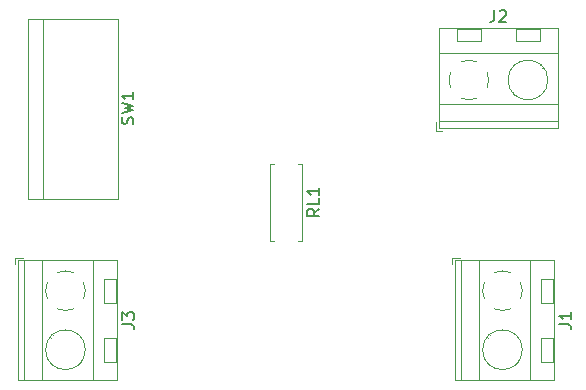
<source format=gbr>
%TF.GenerationSoftware,KiCad,Pcbnew,8.0.9*%
%TF.CreationDate,2025-05-15T21:30:13+02:00*%
%TF.ProjectId,timmer-555,74696d6d-6572-42d3-9535-352e6b696361,rev?*%
%TF.SameCoordinates,Original*%
%TF.FileFunction,Legend,Top*%
%TF.FilePolarity,Positive*%
%FSLAX46Y46*%
G04 Gerber Fmt 4.6, Leading zero omitted, Abs format (unit mm)*
G04 Created by KiCad (PCBNEW 8.0.9) date 2025-05-15 21:30:13*
%MOMM*%
%LPD*%
G01*
G04 APERTURE LIST*
%ADD10C,0.150000*%
%ADD11C,0.120000*%
G04 APERTURE END LIST*
D10*
X65557200Y-35383332D02*
X65604819Y-35240475D01*
X65604819Y-35240475D02*
X65604819Y-35002380D01*
X65604819Y-35002380D02*
X65557200Y-34907142D01*
X65557200Y-34907142D02*
X65509580Y-34859523D01*
X65509580Y-34859523D02*
X65414342Y-34811904D01*
X65414342Y-34811904D02*
X65319104Y-34811904D01*
X65319104Y-34811904D02*
X65223866Y-34859523D01*
X65223866Y-34859523D02*
X65176247Y-34907142D01*
X65176247Y-34907142D02*
X65128628Y-35002380D01*
X65128628Y-35002380D02*
X65081009Y-35192856D01*
X65081009Y-35192856D02*
X65033390Y-35288094D01*
X65033390Y-35288094D02*
X64985771Y-35335713D01*
X64985771Y-35335713D02*
X64890533Y-35383332D01*
X64890533Y-35383332D02*
X64795295Y-35383332D01*
X64795295Y-35383332D02*
X64700057Y-35335713D01*
X64700057Y-35335713D02*
X64652438Y-35288094D01*
X64652438Y-35288094D02*
X64604819Y-35192856D01*
X64604819Y-35192856D02*
X64604819Y-34954761D01*
X64604819Y-34954761D02*
X64652438Y-34811904D01*
X64604819Y-34478570D02*
X65604819Y-34240475D01*
X65604819Y-34240475D02*
X64890533Y-34049999D01*
X64890533Y-34049999D02*
X65604819Y-33859523D01*
X65604819Y-33859523D02*
X64604819Y-33621428D01*
X65604819Y-32716666D02*
X65604819Y-33288094D01*
X65604819Y-33002380D02*
X64604819Y-33002380D01*
X64604819Y-33002380D02*
X64747676Y-33097618D01*
X64747676Y-33097618D02*
X64842914Y-33192856D01*
X64842914Y-33192856D02*
X64890533Y-33288094D01*
X81324819Y-42571428D02*
X80848628Y-42904761D01*
X81324819Y-43142856D02*
X80324819Y-43142856D01*
X80324819Y-43142856D02*
X80324819Y-42761904D01*
X80324819Y-42761904D02*
X80372438Y-42666666D01*
X80372438Y-42666666D02*
X80420057Y-42619047D01*
X80420057Y-42619047D02*
X80515295Y-42571428D01*
X80515295Y-42571428D02*
X80658152Y-42571428D01*
X80658152Y-42571428D02*
X80753390Y-42619047D01*
X80753390Y-42619047D02*
X80801009Y-42666666D01*
X80801009Y-42666666D02*
X80848628Y-42761904D01*
X80848628Y-42761904D02*
X80848628Y-43142856D01*
X81324819Y-41666666D02*
X81324819Y-42142856D01*
X81324819Y-42142856D02*
X80324819Y-42142856D01*
X81324819Y-40809523D02*
X81324819Y-41380951D01*
X81324819Y-41095237D02*
X80324819Y-41095237D01*
X80324819Y-41095237D02*
X80467676Y-41190475D01*
X80467676Y-41190475D02*
X80562914Y-41285713D01*
X80562914Y-41285713D02*
X80610533Y-41380951D01*
X64659819Y-52333333D02*
X65374104Y-52333333D01*
X65374104Y-52333333D02*
X65516961Y-52380952D01*
X65516961Y-52380952D02*
X65612200Y-52476190D01*
X65612200Y-52476190D02*
X65659819Y-52619047D01*
X65659819Y-52619047D02*
X65659819Y-52714285D01*
X64659819Y-51952380D02*
X64659819Y-51333333D01*
X64659819Y-51333333D02*
X65040771Y-51666666D01*
X65040771Y-51666666D02*
X65040771Y-51523809D01*
X65040771Y-51523809D02*
X65088390Y-51428571D01*
X65088390Y-51428571D02*
X65136009Y-51380952D01*
X65136009Y-51380952D02*
X65231247Y-51333333D01*
X65231247Y-51333333D02*
X65469342Y-51333333D01*
X65469342Y-51333333D02*
X65564580Y-51380952D01*
X65564580Y-51380952D02*
X65612200Y-51428571D01*
X65612200Y-51428571D02*
X65659819Y-51523809D01*
X65659819Y-51523809D02*
X65659819Y-51809523D01*
X65659819Y-51809523D02*
X65612200Y-51904761D01*
X65612200Y-51904761D02*
X65564580Y-51952380D01*
X96166666Y-25749819D02*
X96166666Y-26464104D01*
X96166666Y-26464104D02*
X96119047Y-26606961D01*
X96119047Y-26606961D02*
X96023809Y-26702200D01*
X96023809Y-26702200D02*
X95880952Y-26749819D01*
X95880952Y-26749819D02*
X95785714Y-26749819D01*
X96595238Y-25845057D02*
X96642857Y-25797438D01*
X96642857Y-25797438D02*
X96738095Y-25749819D01*
X96738095Y-25749819D02*
X96976190Y-25749819D01*
X96976190Y-25749819D02*
X97071428Y-25797438D01*
X97071428Y-25797438D02*
X97119047Y-25845057D01*
X97119047Y-25845057D02*
X97166666Y-25940295D01*
X97166666Y-25940295D02*
X97166666Y-26035533D01*
X97166666Y-26035533D02*
X97119047Y-26178390D01*
X97119047Y-26178390D02*
X96547619Y-26749819D01*
X96547619Y-26749819D02*
X97166666Y-26749819D01*
X101659819Y-52333333D02*
X102374104Y-52333333D01*
X102374104Y-52333333D02*
X102516961Y-52380952D01*
X102516961Y-52380952D02*
X102612200Y-52476190D01*
X102612200Y-52476190D02*
X102659819Y-52619047D01*
X102659819Y-52619047D02*
X102659819Y-52714285D01*
X102659819Y-51333333D02*
X102659819Y-51904761D01*
X102659819Y-51619047D02*
X101659819Y-51619047D01*
X101659819Y-51619047D02*
X101802676Y-51714285D01*
X101802676Y-51714285D02*
X101897914Y-51809523D01*
X101897914Y-51809523D02*
X101945533Y-51904761D01*
D11*
%TO.C,SW1*%
X64310000Y-26460000D02*
X64310000Y-41700000D01*
X57960000Y-26460000D02*
X57960000Y-41700000D01*
X56690000Y-26460000D02*
X64310000Y-26460000D01*
X56690000Y-26460000D02*
X56690000Y-41700000D01*
X56690000Y-41700000D02*
X64310000Y-41700000D01*
%TO.C,RL1*%
X79870000Y-38730000D02*
X79870000Y-45270000D01*
X79540000Y-38730000D02*
X79870000Y-38730000D01*
X77460000Y-38730000D02*
X77130000Y-38730000D01*
X77130000Y-38730000D02*
X77130000Y-45270000D01*
X79870000Y-45270000D02*
X79540000Y-45270000D01*
X77130000Y-45270000D02*
X77460000Y-45270000D01*
%TO.C,J3*%
X56285000Y-46700000D02*
X55545000Y-46700000D01*
X55545000Y-46700000D02*
X55545000Y-47200000D01*
X64205000Y-46940000D02*
X55785000Y-46940000D01*
X64205000Y-46940000D02*
X64205000Y-57060000D01*
X62146000Y-46940000D02*
X62146000Y-57060000D01*
X57845000Y-46940000D02*
X57845000Y-57060000D01*
X56345000Y-46940000D02*
X56345000Y-57060000D01*
X55785000Y-46940000D02*
X55785000Y-57060000D01*
X64145000Y-48500000D02*
X63145000Y-48500000D01*
X64145000Y-48500000D02*
X64145000Y-50500000D01*
X63145000Y-48500000D02*
X63145000Y-50500000D01*
X64145000Y-50500000D02*
X63145000Y-50500000D01*
X58822000Y-53273000D02*
X58776000Y-53226000D01*
X58606000Y-53466000D02*
X58571000Y-53431000D01*
X64145000Y-53500000D02*
X63145000Y-53500000D01*
X64145000Y-53500000D02*
X64145000Y-55500000D01*
X63145000Y-53500000D02*
X63145000Y-55500000D01*
X64145000Y-55500000D02*
X63145000Y-55500000D01*
X61120000Y-55570000D02*
X61084000Y-55535000D01*
X60914000Y-55775000D02*
X60868000Y-55728000D01*
X64205000Y-57060000D02*
X55785000Y-57060000D01*
X59161958Y-47964573D02*
G75*
G02*
X60529000Y-47965000I683041J-1535420D01*
G01*
X61380427Y-48816958D02*
G75*
G02*
X61380000Y-50184000I-1535420J-683041D01*
G01*
X58164747Y-49528805D02*
G75*
G02*
X58310000Y-48816000I1680254J28806D01*
G01*
X58310244Y-50183318D02*
G75*
G02*
X58165000Y-49500000I1534756J683318D01*
G01*
X60528042Y-51035427D02*
G75*
G02*
X59161000Y-51035000I-683042J1535427D01*
G01*
X61525000Y-54500000D02*
G75*
G02*
X58165000Y-54500000I-1680000J0D01*
G01*
X58165000Y-54500000D02*
G75*
G02*
X61525000Y-54500000I1680000J0D01*
G01*
%TO.C,J2*%
X91200000Y-35215000D02*
X91200000Y-35955000D01*
X91200000Y-35955000D02*
X91700000Y-35955000D01*
X91440000Y-27295000D02*
X91440000Y-35715000D01*
X91440000Y-27295000D02*
X101560000Y-27295000D01*
X91440000Y-29354000D02*
X101560000Y-29354000D01*
X91440000Y-33655000D02*
X101560000Y-33655000D01*
X91440000Y-35155000D02*
X101560000Y-35155000D01*
X91440000Y-35715000D02*
X101560000Y-35715000D01*
X93000000Y-27355000D02*
X93000000Y-28355000D01*
X93000000Y-27355000D02*
X95000000Y-27355000D01*
X93000000Y-28355000D02*
X95000000Y-28355000D01*
X95000000Y-27355000D02*
X95000000Y-28355000D01*
X97773000Y-32678000D02*
X97726000Y-32724000D01*
X97966000Y-32894000D02*
X97931000Y-32929000D01*
X98000000Y-27355000D02*
X98000000Y-28355000D01*
X98000000Y-27355000D02*
X100000000Y-27355000D01*
X98000000Y-28355000D02*
X100000000Y-28355000D01*
X100000000Y-27355000D02*
X100000000Y-28355000D01*
X100070000Y-30380000D02*
X100035000Y-30416000D01*
X100275000Y-30586000D02*
X100228000Y-30632000D01*
X101560000Y-27295000D02*
X101560000Y-35715000D01*
X92464573Y-32338042D02*
G75*
G02*
X92465000Y-30971000I1535420J683041D01*
G01*
X93316958Y-30119573D02*
G75*
G02*
X94684000Y-30120000I683041J-1535420D01*
G01*
X94028805Y-33335253D02*
G75*
G02*
X93316000Y-33190000I-28806J1680254D01*
G01*
X94683318Y-33189756D02*
G75*
G02*
X94000000Y-33335000I-683318J1534756D01*
G01*
X95535427Y-30971958D02*
G75*
G02*
X95535000Y-32339000I-1535427J-683042D01*
G01*
X100680000Y-31655000D02*
G75*
G02*
X97320000Y-31655000I-1680000J0D01*
G01*
X97320000Y-31655000D02*
G75*
G02*
X100680000Y-31655000I1680000J0D01*
G01*
%TO.C,J1*%
X93285000Y-46700000D02*
X92545000Y-46700000D01*
X92545000Y-46700000D02*
X92545000Y-47200000D01*
X101205000Y-46940000D02*
X92785000Y-46940000D01*
X101205000Y-46940000D02*
X101205000Y-57060000D01*
X99146000Y-46940000D02*
X99146000Y-57060000D01*
X94845000Y-46940000D02*
X94845000Y-57060000D01*
X93345000Y-46940000D02*
X93345000Y-57060000D01*
X92785000Y-46940000D02*
X92785000Y-57060000D01*
X101145000Y-48500000D02*
X100145000Y-48500000D01*
X101145000Y-48500000D02*
X101145000Y-50500000D01*
X100145000Y-48500000D02*
X100145000Y-50500000D01*
X101145000Y-50500000D02*
X100145000Y-50500000D01*
X95822000Y-53273000D02*
X95776000Y-53226000D01*
X95606000Y-53466000D02*
X95571000Y-53431000D01*
X101145000Y-53500000D02*
X100145000Y-53500000D01*
X101145000Y-53500000D02*
X101145000Y-55500000D01*
X100145000Y-53500000D02*
X100145000Y-55500000D01*
X101145000Y-55500000D02*
X100145000Y-55500000D01*
X98120000Y-55570000D02*
X98084000Y-55535000D01*
X97914000Y-55775000D02*
X97868000Y-55728000D01*
X101205000Y-57060000D02*
X92785000Y-57060000D01*
X96161958Y-47964573D02*
G75*
G02*
X97529000Y-47965000I683041J-1535420D01*
G01*
X98380427Y-48816958D02*
G75*
G02*
X98380000Y-50184000I-1535420J-683041D01*
G01*
X95164747Y-49528805D02*
G75*
G02*
X95310000Y-48816000I1680254J28806D01*
G01*
X95310244Y-50183318D02*
G75*
G02*
X95165000Y-49500000I1534756J683318D01*
G01*
X97528042Y-51035427D02*
G75*
G02*
X96161000Y-51035000I-683042J1535427D01*
G01*
X98525000Y-54500000D02*
G75*
G02*
X95165000Y-54500000I-1680000J0D01*
G01*
X95165000Y-54500000D02*
G75*
G02*
X98525000Y-54500000I1680000J0D01*
G01*
%TD*%
M02*

</source>
